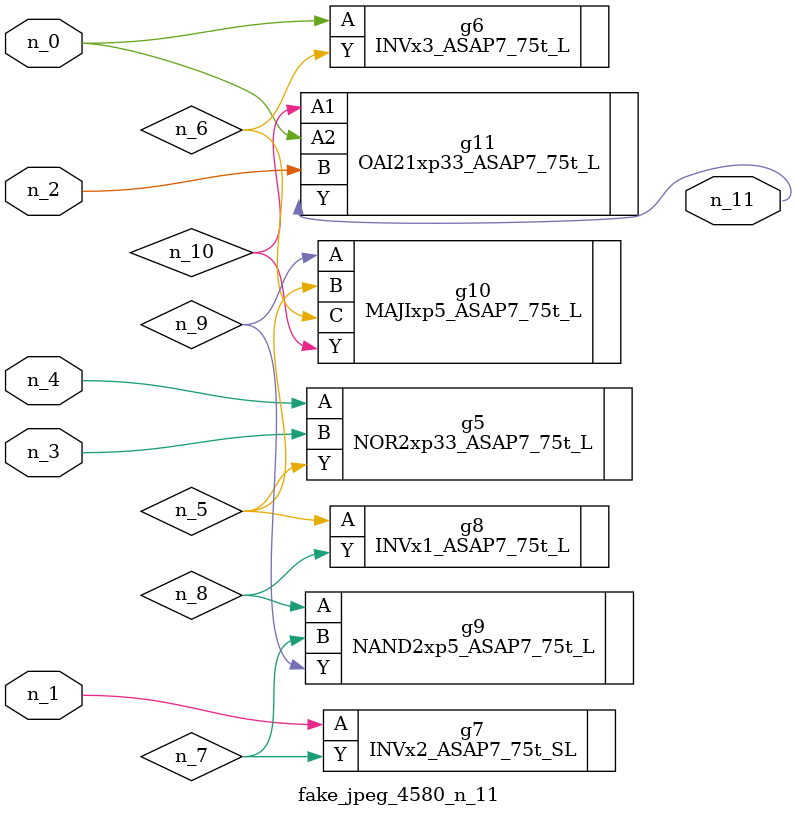
<source format=v>
module fake_jpeg_4580_n_11 (n_3, n_2, n_1, n_0, n_4, n_11);

input n_3;
input n_2;
input n_1;
input n_0;
input n_4;

output n_11;

wire n_10;
wire n_8;
wire n_9;
wire n_6;
wire n_5;
wire n_7;

NOR2xp33_ASAP7_75t_L g5 ( 
.A(n_4),
.B(n_3),
.Y(n_5)
);

INVx3_ASAP7_75t_L g6 ( 
.A(n_0),
.Y(n_6)
);

INVx2_ASAP7_75t_SL g7 ( 
.A(n_1),
.Y(n_7)
);

INVx1_ASAP7_75t_L g8 ( 
.A(n_5),
.Y(n_8)
);

NAND2xp5_ASAP7_75t_L g9 ( 
.A(n_8),
.B(n_7),
.Y(n_9)
);

MAJIxp5_ASAP7_75t_L g10 ( 
.A(n_9),
.B(n_5),
.C(n_6),
.Y(n_10)
);

OAI21xp33_ASAP7_75t_L g11 ( 
.A1(n_10),
.A2(n_0),
.B(n_2),
.Y(n_11)
);


endmodule
</source>
